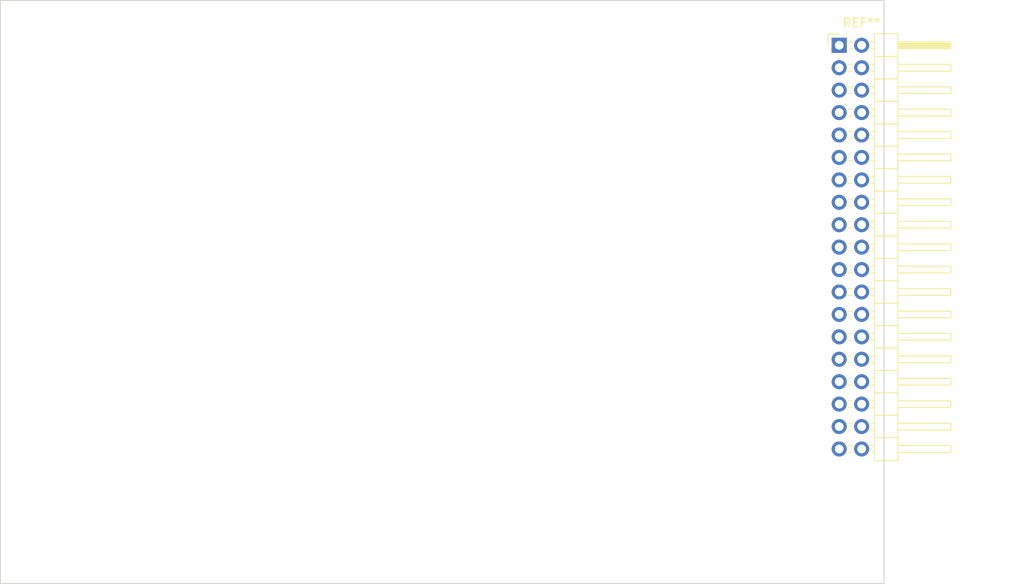
<source format=kicad_pcb>
(kicad_pcb (version 20241229) (generator "pcbnew") (generator_version "9.0")
  (layers (0 "F.Cu" signal) (2 "B.Cu" signal) (13 "F.Paste" user) (15 "B.Paste" user) (5 "F.SilkS" user "F.Silkscreen") (7 "B.SilkS" user "B.Silkscreen") (1 "F.Mask" user) (3 "B.Mask" user) (25 "Edge.Cuts" user))
  (net 0 "")
  (footprint "PC:Expansion_Connector_Board" (layer "F.Cu") (at 137.16 50.8)
    (property "Reference" "REF**" (at 2.54 -2.54 0) (layer "F.SilkS"))
    (property "Value" "Expansion_Connector_Board")
    (fp_line (start -1.27 -1.27) (end 0 -1.27) (stroke (width 0.12)) (layer "F.SilkS"))
    (fp_line (start -1.27 0) (end -1.27 -1.27) (stroke (width 0.12)) (layer "F.SilkS"))
    (fp_line (start 1.042929 2.16) (end 1.497071 2.16) (stroke (width 0.12)) (layer "F.SilkS"))
    (fp_line (start 1.042929 2.92) (end 1.497071 2.92) (stroke (width 0.12)) (layer "F.SilkS"))
    (fp_line (start 1.042929 4.7) (end 1.497071 4.7) (stroke (width 0.12)) (layer "F.SilkS"))
    (fp_line (start 1.042929 5.46) (end 1.497071 5.46) (stroke (width 0.12)) (layer "F.SilkS"))
    (fp_line (start 1.042929 7.24) (end 1.497071 7.24) (stroke (width 0.12)) (layer "F.SilkS"))
    (fp_line (start 1.042929 8) (end 1.497071 8) (stroke (width 0.12)) (layer "F.SilkS"))
    (fp_line (start 1.042929 9.78) (end 1.497071 9.78) (stroke (width 0.12)) (layer "F.SilkS"))
    (fp_line (start 1.042929 10.54) (end 1.497071 10.54) (stroke (width 0.12)) (layer "F.SilkS"))
    (fp_line (start 1.042929 12.32) (end 1.497071 12.32) (stroke (width 0.12)) (layer "F.SilkS"))
    (fp_line (start 1.042929 13.08) (end 1.497071 13.08) (stroke (width 0.12)) (layer "F.SilkS"))
    (fp_line (start 1.042929 14.86) (end 1.497071 14.86) (stroke (width 0.12)) (layer "F.SilkS"))
    (fp_line (start 1.042929 15.62) (end 1.497071 15.62) (stroke (width 0.12)) (layer "F.SilkS"))
    (fp_line (start 1.042929 17.4) (end 1.497071 17.4) (stroke (width 0.12)) (layer "F.SilkS"))
    (fp_line (start 1.042929 18.16) (end 1.497071 18.16) (stroke (width 0.12)) (layer "F.SilkS"))
    (fp_line (start 1.042929 19.94) (end 1.497071 19.94) (stroke (width 0.12)) (layer "F.SilkS"))
    (fp_line (start 1.042929 20.7) (end 1.497071 20.7) (stroke (width 0.12)) (layer "F.SilkS"))
    (fp_line (start 1.042929 22.48) (end 1.497071 22.48) (stroke (width 0.12)) (layer "F.SilkS"))
    (fp_line (start 1.042929 23.24) (end 1.497071 23.24) (stroke (width 0.12)) (layer "F.SilkS"))
    (fp_line (start 1.042929 25.02) (end 1.497071 25.02) (stroke (width 0.12)) (layer "F.SilkS"))
    (fp_line (start 1.042929 25.78) (end 1.497071 25.78) (stroke (width 0.12)) (layer "F.SilkS"))
    (fp_line (start 1.042929 27.56) (end 1.497071 27.56) (stroke (width 0.12)) (layer "F.SilkS"))
    (fp_line (start 1.042929 28.32) (end 1.497071 28.32) (stroke (width 0.12)) (layer "F.SilkS"))
    (fp_line (start 1.042929 30.1) (end 1.497071 30.1) (stroke (width 0.12)) (layer "F.SilkS"))
    (fp_line (start 1.042929 30.86) (end 1.497071 30.86) (stroke (width 0.12)) (layer "F.SilkS"))
    (fp_line (start 1.042929 32.64) (end 1.497071 32.64) (stroke (width 0.12)) (layer "F.SilkS"))
    (fp_line (start 1.042929 33.4) (end 1.497071 33.4) (stroke (width 0.12)) (layer "F.SilkS"))
    (fp_line (start 1.042929 35.18) (end 1.497071 35.18) (stroke (width 0.12)) (layer "F.SilkS"))
    (fp_line (start 1.042929 35.94) (end 1.497071 35.94) (stroke (width 0.12)) (layer "F.SilkS"))
    (fp_line (start 1.042929 37.72) (end 1.497071 37.72) (stroke (width 0.12)) (layer "F.SilkS"))
    (fp_line (start 1.042929 38.48) (end 1.497071 38.48) (stroke (width 0.12)) (layer "F.SilkS"))
    (fp_line (start 1.042929 40.26) (end 1.497071 40.26) (stroke (width 0.12)) (layer "F.SilkS"))
    (fp_line (start 1.042929 41.02) (end 1.497071 41.02) (stroke (width 0.12)) (layer "F.SilkS"))
    (fp_line (start 1.042929 42.8) (end 1.497071 42.8) (stroke (width 0.12)) (layer "F.SilkS"))
    (fp_line (start 1.042929 43.56) (end 1.497071 43.56) (stroke (width 0.12)) (layer "F.SilkS"))
    (fp_line (start 1.042929 45.34) (end 1.497071 45.34) (stroke (width 0.12)) (layer "F.SilkS"))
    (fp_line (start 1.042929 46.1) (end 1.497071 46.1) (stroke (width 0.12)) (layer "F.SilkS"))
    (fp_line (start 1.11 -0.38) (end 1.497071 -0.38) (stroke (width 0.12)) (layer "F.SilkS"))
    (fp_line (start 1.11 0.38) (end 1.497071 0.38) (stroke (width 0.12)) (layer "F.SilkS"))
    (fp_line (start 3.582929 -0.38) (end 3.98 -0.38) (stroke (width 0.12)) (layer "F.SilkS"))
    (fp_line (start 3.582929 0.38) (end 3.98 0.38) (stroke (width 0.12)) (layer "F.SilkS"))
    (fp_line (start 3.582929 2.16) (end 3.98 2.16) (stroke (width 0.12)) (layer "F.SilkS"))
    (fp_line (start 3.582929 2.92) (end 3.98 2.92) (stroke (width 0.12)) (layer "F.SilkS"))
    (fp_line (start 3.582929 4.7) (end 3.98 4.7) (stroke (width 0.12)) (layer "F.SilkS"))
    (fp_line (start 3.582929 5.46) (end 3.98 5.46) (stroke (width 0.12)) (layer "F.SilkS"))
    (fp_line (start 3.582929 7.24) (end 3.98 7.24) (stroke (width 0.12)) (layer "F.SilkS"))
    (fp_line (start 3.582929 8) (end 3.98 8) (stroke (width 0.12)) (layer "F.SilkS"))
    (fp_line (start 3.582929 9.78) (end 3.98 9.78) (stroke (width 0.12)) (layer "F.SilkS"))
    (fp_line (start 3.582929 10.54) (end 3.98 10.54) (stroke (width 0.12)) (layer "F.SilkS"))
    (fp_line (start 3.582929 12.32) (end 3.98 12.32) (stroke (width 0.12)) (layer "F.SilkS"))
    (fp_line (start 3.582929 13.08) (end 3.98 13.08) (stroke (width 0.12)) (layer "F.SilkS"))
    (fp_line (start 3.582929 14.86) (end 3.98 14.86) (stroke (width 0.12)) (layer "F.SilkS"))
    (fp_line (start 3.582929 15.62) (end 3.98 15.62) (stroke (width 0.12)) (layer "F.SilkS"))
    (fp_line (start 3.582929 17.4) (end 3.98 17.4) (stroke (width 0.12)) (layer "F.SilkS"))
    (fp_line (start 3.582929 18.16) (end 3.98 18.16) (stroke (width 0.12)) (layer "F.SilkS"))
    (fp_line (start 3.582929 19.94) (end 3.98 19.94) (stroke (width 0.12)) (layer "F.SilkS"))
    (fp_line (start 3.582929 20.7) (end 3.98 20.7) (stroke (width 0.12)) (layer "F.SilkS"))
    (fp_line (start 3.582929 22.48) (end 3.98 22.48) (stroke (width 0.12)) (layer "F.SilkS"))
    (fp_line (start 3.582929 23.24) (end 3.98 23.24) (stroke (width 0.12)) (layer "F.SilkS"))
    (fp_line (start 3.582929 25.02) (end 3.98 25.02) (stroke (width 0.12)) (layer "F.SilkS"))
    (fp_line (start 3.582929 25.78) (end 3.98 25.78) (stroke (width 0.12)) (layer "F.SilkS"))
    (fp_line (start 3.582929 27.56) (end 3.98 27.56) (stroke (width 0.12)) (layer "F.SilkS"))
    (fp_line (start 3.582929 28.32) (end 3.98 28.32) (stroke (width 0.12)) (layer "F.SilkS"))
    (fp_line (start 3.582929 30.1) (end 3.98 30.1) (stroke (width 0.12)) (layer "F.SilkS"))
    (fp_line (start 3.582929 30.86) (end 3.98 30.86) (stroke (width 0.12)) (layer "F.SilkS"))
    (fp_line (start 3.582929 32.64) (end 3.98 32.64) (stroke (width 0.12)) (layer "F.SilkS"))
    (fp_line (start 3.582929 33.4) (end 3.98 33.4) (stroke (width 0.12)) (layer "F.SilkS"))
    (fp_line (start 3.582929 35.18) (end 3.98 35.18) (stroke (width 0.12)) (layer "F.SilkS"))
    (fp_line (start 3.582929 35.94) (end 3.98 35.94) (stroke (width 0.12)) (layer "F.SilkS"))
    (fp_line (start 3.582929 37.72) (end 3.98 37.72) (stroke (width 0.12)) (layer "F.SilkS"))
    (fp_line (start 3.582929 38.48) (end 3.98 38.48) (stroke (width 0.12)) (layer "F.SilkS"))
    (fp_line (start 3.582929 40.26) (end 3.98 40.26) (stroke (width 0.12)) (layer "F.SilkS"))
    (fp_line (start 3.582929 41.02) (end 3.98 41.02) (stroke (width 0.12)) (layer "F.SilkS"))
    (fp_line (start 3.582929 42.8) (end 3.98 42.8) (stroke (width 0.12)) (layer "F.SilkS"))
    (fp_line (start 3.582929 43.56) (end 3.98 43.56) (stroke (width 0.12)) (layer "F.SilkS"))
    (fp_line (start 3.582929 45.34) (end 3.98 45.34) (stroke (width 0.12)) (layer "F.SilkS"))
    (fp_line (start 3.582929 46.1) (end 3.98 46.1) (stroke (width 0.12)) (layer "F.SilkS"))
    (fp_line (start 3.98 -1.33) (end 3.98 47.05) (stroke (width 0.12)) (layer "F.SilkS"))
    (fp_line (start 3.98 1.27) (end 6.64 1.27) (stroke (width 0.12)) (layer "F.SilkS"))
    (fp_line (start 3.98 3.81) (end 6.64 3.81) (stroke (width 0.12)) (layer "F.SilkS"))
    (fp_line (start 3.98 6.35) (end 6.64 6.35) (stroke (width 0.12)) (layer "F.SilkS"))
    (fp_line (start 3.98 8.89) (end 6.64 8.89) (stroke (width 0.12)) (layer "F.SilkS"))
    (fp_line (start 3.98 11.43) (end 6.64 11.43) (stroke (width 0.12)) (layer "F.SilkS"))
    (fp_line (start 3.98 13.97) (end 6.64 13.97) (stroke (width 0.12)) (layer "F.SilkS"))
    (fp_line (start 3.98 16.51) (end 6.64 16.51) (stroke (width 0.12)) (layer "F.SilkS"))
    (fp_line (start 3.98 19.05) (end 6.64 19.05) (stroke (width 0.12)) (layer "F.SilkS"))
    (fp_line (start 3.98 21.59) (end 6.64 21.59) (stroke (width 0.12)) (layer "F.SilkS"))
    (fp_line (start 3.98 24.13) (end 6.64 24.13) (stroke (width 0.12)) (layer "F.SilkS"))
    (fp_line (start 3.98 26.67) (end 6.64 26.67) (stroke (width 0.12)) (layer "F.SilkS"))
    (fp_line (start 3.98 29.21) (end 6.64 29.21) (stroke (width 0.12)) (layer "F.SilkS"))
    (fp_line (start 3.98 31.75) (end 6.64 31.75) (stroke (width 0.12)) (layer "F.SilkS"))
    (fp_line (start 3.98 34.29) (end 6.64 34.29) (stroke (width 0.12)) (layer "F.SilkS"))
    (fp_line (start 3.98 36.83) (end 6.64 36.83) (stroke (width 0.12)) (layer "F.SilkS"))
    (fp_line (start 3.98 39.37) (end 6.64 39.37) (stroke (width 0.12)) (layer "F.SilkS"))
    (fp_line (start 3.98 41.91) (end 6.64 41.91) (stroke (width 0.12)) (layer "F.SilkS"))
    (fp_line (start 3.98 44.45) (end 6.64 44.45) (stroke (width 0.12)) (layer "F.SilkS"))
    (fp_line (start 3.98 47.05) (end 6.64 47.05) (stroke (width 0.12)) (layer "F.SilkS"))
    (fp_line (start 6.64 -1.33) (end 3.98 -1.33) (stroke (width 0.12)) (layer "F.SilkS"))
    (fp_line (start 6.64 -0.38) (end 12.64 -0.38) (stroke (width 0.12)) (layer "F.SilkS"))
    (fp_line (start 6.64 -0.32) (end 12.64 -0.32) (stroke (width 0.12)) (layer "F.SilkS"))
    (fp_line (start 6.64 -0.2) (end 12.64 -0.2) (stroke (width 0.12)) (layer "F.SilkS"))
    (fp_line (start 6.64 -0.08) (end 12.64 -0.08) (stroke (width 0.12)) (layer "F.SilkS"))
    (fp_line (start 6.64 0.04) (end 12.64 0.04) (stroke (width 0.12)) (layer "F.SilkS"))
    (fp_line (start 6.64 0.16) (end 12.64 0.16) (stroke (width 0.12)) (layer "F.SilkS"))
    (fp_line (start 6.64 0.28) (end 12.64 0.28) (stroke (width 0.12)) (layer "F.SilkS"))
    (fp_line (start 6.64 2.16) (end 12.64 2.16) (stroke (width 0.12)) (layer "F.SilkS"))
    (fp_line (start 6.64 4.7) (end 12.64 4.7) (stroke (width 0.12)) (layer "F.SilkS"))
    (fp_line (start 6.64 7.24) (end 12.64 7.24) (stroke (width 0.12)) (layer "F.SilkS"))
    (fp_line (start 6.64 9.78) (end 12.64 9.78) (stroke (width 0.12)) (layer "F.SilkS"))
    (fp_line (start 6.64 12.32) (end 12.64 12.32) (stroke (width 0.12)) (layer "F.SilkS"))
    (fp_line (start 6.64 14.86) (end 12.64 14.86) (stroke (width 0.12)) (layer "F.SilkS"))
    (fp_line (start 6.64 17.4) (end 12.64 17.4) (stroke (width 0.12)) (layer "F.SilkS"))
    (fp_line (start 6.64 19.94) (end 12.64 19.94) (stroke (width 0.12)) (layer "F.SilkS"))
    (fp_line (start 6.64 22.48) (end 12.64 22.48) (stroke (width 0.12)) (layer "F.SilkS"))
    (fp_line (start 6.64 25.02) (end 12.64 25.02) (stroke (width 0.12)) (layer "F.SilkS"))
    (fp_line (start 6.64 27.56) (end 12.64 27.56) (stroke (width 0.12)) (layer "F.SilkS"))
    (fp_line (start 6.64 30.1) (end 12.64 30.1) (stroke (width 0.12)) (layer "F.SilkS"))
    (fp_line (start 6.64 32.64) (end 12.64 32.64) (stroke (width 0.12)) (layer "F.SilkS"))
    (fp_line (start 6.64 35.18) (end 12.64 35.18) (stroke (width 0.12)) (layer "F.SilkS"))
    (fp_line (start 6.64 37.72) (end 12.64 37.72) (stroke (width 0.12)) (layer "F.SilkS"))
    (fp_line (start 6.64 40.26) (end 12.64 40.26) (stroke (width 0.12)) (layer "F.SilkS"))
    (fp_line (start 6.64 42.8) (end 12.64 42.8) (stroke (width 0.12)) (layer "F.SilkS"))
    (fp_line (start 6.64 45.34) (end 12.64 45.34) (stroke (width 0.12)) (layer "F.SilkS"))
    (fp_line (start 6.64 47.05) (end 6.64 -1.33) (stroke (width 0.12)) (layer "F.SilkS"))
    (fp_line (start 12.64 -0.38) (end 12.64 0.38) (stroke (width 0.12)) (layer "F.SilkS"))
    (fp_line (start 12.64 0.38) (end 6.64 0.38) (stroke (width 0.12)) (layer "F.SilkS"))
    (fp_line (start 12.64 2.16) (end 12.64 2.92) (stroke (width 0.12)) (layer "F.SilkS"))
    (fp_line (start 12.64 2.92) (end 6.64 2.92) (stroke (width 0.12)) (layer "F.SilkS"))
    (fp_line (start 12.64 4.7) (end 12.64 5.46) (stroke (width 0.12)) (layer "F.SilkS"))
    (fp_line (start 12.64 5.46) (end 6.64 5.46) (stroke (width 0.12)) (layer "F.SilkS"))
    (fp_line (start 12.64 7.24) (end 12.64 8) (stroke (width 0.12)) (layer "F.SilkS"))
    (fp_line (start 12.64 8) (end 6.64 8) (stroke (width 0.12)) (layer "F.SilkS"))
    (fp_line (start 12.64 9.78) (end 12.64 10.54) (stroke (width 0.12)) (layer "F.SilkS"))
    (fp_line (start 12.64 10.54) (end 6.64 10.54) (stroke (width 0.12)) (layer "F.SilkS"))
    (fp_line (start 12.64 12.32) (end 12.64 13.08) (stroke (width 0.12)) (layer "F.SilkS"))
    (fp_line (start 12.64 13.08) (end 6.64 13.08) (stroke (width 0.12)) (layer "F.SilkS"))
    (fp_line (start 12.64 14.86) (end 12.64 15.62) (stroke (width 0.12)) (layer "F.SilkS"))
    (fp_line (start 12.64 15.62) (end 6.64 15.62) (stroke (width 0.12)) (layer "F.SilkS"))
    (fp_line (start 12.64 17.4) (end 12.64 18.16) (stroke (width 0.12)) (layer "F.SilkS"))
    (fp_line (start 12.64 18.16) (end 6.64 18.16) (stroke (width 0.12)) (layer "F.SilkS"))
    (fp_line (start 12.64 19.94) (end 12.64 20.7) (stroke (width 0.12)) (layer "F.SilkS"))
    (fp_line (start 12.64 20.7) (end 6.64 20.7) (stroke (width 0.12)) (layer "F.SilkS"))
    (fp_line (start 12.64 22.48) (end 12.64 23.24) (stroke (width 0.12)) (layer "F.SilkS"))
    (fp_line (start 12.64 23.24) (end 6.64 23.24) (stroke (width 0.12)) (layer "F.SilkS"))
    (fp_line (start 12.64 25.02) (end 12.64 25.78) (stroke (width 0.12)) (layer "F.SilkS"))
    (fp_line (start 12.64 25.78) (end 6.64 25.78) (stroke (width 0.12)) (layer "F.SilkS"))
    (fp_line (start 12.64 27.56) (end 12.64 28.32) (stroke (width 0.12)) (layer "F.SilkS"))
    (fp_line (start 12.64 28.32) (end 6.64 28.32) (stroke (width 0.12)) (layer "F.SilkS"))
    (fp_line (start 12.64 30.1) (end 12.64 30.86) (stroke (width 0.12)) (layer "F.SilkS"))
    (fp_line (start 12.64 30.86) (end 6.64 30.86) (stroke (width 0.12)) (layer "F.SilkS"))
    (fp_line (start 12.64 32.64) (end 12.64 33.4) (stroke (width 0.12)) (layer "F.SilkS"))
    (fp_line (start 12.64 33.4) (end 6.64 33.4) (stroke (width 0.12)) (layer "F.SilkS"))
    (fp_line (start 12.64 35.18) (end 12.64 35.94) (stroke (width 0.12)) (layer "F.SilkS"))
    (fp_line (start 12.64 35.94) (end 6.64 35.94) (stroke (width 0.12)) (layer "F.SilkS"))
    (fp_line (start 12.64 37.72) (end 12.64 38.48) (stroke (width 0.12)) (layer "F.SilkS"))
    (fp_line (start 12.64 38.48) (end 6.64 38.48) (stroke (width 0.12)) (layer "F.SilkS"))
    (fp_line (start 12.64 40.26) (end 12.64 41.02) (stroke (width 0.12)) (layer "F.SilkS"))
    (fp_line (start 12.64 41.02) (end 6.64 41.02) (stroke (width 0.12)) (layer "F.SilkS"))
    (fp_line (start 12.64 42.8) (end 12.64 43.56) (stroke (width 0.12)) (layer "F.SilkS"))
    (fp_line (start 12.64 43.56) (end 6.64 43.56) (stroke (width 0.12)) (layer "F.SilkS"))
    (fp_line (start 12.64 45.34) (end 12.64 46.1) (stroke (width 0.12)) (layer "F.SilkS"))
    (fp_line (start 12.64 46.1) (end 6.64 46.1) (stroke (width 0.12)) (layer "F.SilkS"))
    (pad "1" thru_hole rect (at 0 0) (size 1.7 1.7) (drill 1) (layers "*.Cu" "*.Mask"))
    (pad "2" thru_hole oval (at 2.54 0) (size 1.7 1.7) (drill 1) (layers "*.Cu" "*.Mask"))
    (pad "3" thru_hole oval (at 0 2.54) (size 1.7 1.7) (drill 1) (layers "*.Cu" "*.Mask"))
    (pad "4" thru_hole oval (at 2.54 2.54) (size 1.7 1.7) (drill 1) (layers "*.Cu" "*.Mask"))
    (pad "5" thru_hole oval (at 0 5.08) (size 1.7 1.7) (drill 1) (layers "*.Cu" "*.Mask"))
    (pad "6" thru_hole oval (at 2.54 5.08) (size 1.7 1.7) (drill 1) (layers "*.Cu" "*.Mask"))
    (pad "7" thru_hole oval (at 0 7.62) (size 1.7 1.7) (drill 1) (layers "*.Cu" "*.Mask"))
    (pad "8" thru_hole oval (at 2.54 7.62) (size 1.7 1.7) (drill 1) (layers "*.Cu" "*.Mask"))
    (pad "9" thru_hole oval (at 0 10.16) (size 1.7 1.7) (drill 1) (layers "*.Cu" "*.Mask"))
    (pad "10" thru_hole oval (at 2.54 10.16) (size 1.7 1.7) (drill 1) (layers "*.Cu" "*.Mask"))
    (pad "11" thru_hole oval (at 0 12.7) (size 1.7 1.7) (drill 1) (layers "*.Cu" "*.Mask"))
    (pad "12" thru_hole oval (at 2.54 12.7) (size 1.7 1.7) (drill 1) (layers "*.Cu" "*.Mask"))
    (pad "13" thru_hole oval (at 0 15.24) (size 1.7 1.7) (drill 1) (layers "*.Cu" "*.Mask"))
    (pad "14" thru_hole oval (at 2.54 15.24) (size 1.7 1.7) (drill 1) (layers "*.Cu" "*.Mask"))
    (pad "15" thru_hole oval (at 0 17.78) (size 1.7 1.7) (drill 1) (layers "*.Cu" "*.Mask"))
    (pad "16" thru_hole oval (at 2.54 17.78) (size 1.7 1.7) (drill 1) (layers "*.Cu" "*.Mask"))
    (pad "17" thru_hole oval (at 0 20.32) (size 1.7 1.7) (drill 1) (layers "*.Cu" "*.Mask"))
    (pad "18" thru_hole oval (at 2.54 20.32) (size 1.7 1.7) (drill 1) (layers "*.Cu" "*.Mask"))
    (pad "19" thru_hole oval (at 0 22.86) (size 1.7 1.7) (drill 1) (layers "*.Cu" "*.Mask"))
    (pad "20" thru_hole oval (at 2.54 22.86) (size 1.7 1.7) (drill 1) (layers "*.Cu" "*.Mask"))
    (pad "21" thru_hole oval (at 0 25.4) (size 1.7 1.7) (drill 1) (layers "*.Cu" "*.Mask"))
    (pad "22" thru_hole oval (at 2.54 25.4) (size 1.7 1.7) (drill 1) (layers "*.Cu" "*.Mask"))
    (pad "23" thru_hole oval (at 0 27.94) (size 1.7 1.7) (drill 1) (layers "*.Cu" "*.Mask"))
    (pad "24" thru_hole oval (at 2.54 27.94) (size 1.7 1.7) (drill 1) (layers "*.Cu" "*.Mask"))
    (pad "25" thru_hole oval (at 0 30.48) (size 1.7 1.7) (drill 1) (layers "*.Cu" "*.Mask"))
    (pad "26" thru_hole oval (at 2.54 30.48) (size 1.7 1.7) (drill 1) (layers "*.Cu" "*.Mask"))
    (pad "27" thru_hole oval (at 0 33.02) (size 1.7 1.7) (drill 1) (layers "*.Cu" "*.Mask"))
    (pad "28" thru_hole oval (at 2.54 33.02) (size 1.7 1.7) (drill 1) (layers "*.Cu" "*.Mask"))
    (pad "29" thru_hole oval (at 0 35.56) (size 1.7 1.7) (drill 1) (layers "*.Cu" "*.Mask"))
    (pad "30" thru_hole oval (at 2.54 35.56) (size 1.7 1.7) (drill 1) (layers "*.Cu" "*.Mask"))
    (pad "31" thru_hole oval (at 0 38.1) (size 1.7 1.7) (drill 1) (layers "*.Cu" "*.Mask"))
    (pad "32" thru_hole oval (at 2.54 38.1) (size 1.7 1.7) (drill 1) (layers "*.Cu" "*.Mask"))
    (pad "33" thru_hole oval (at 0 40.64) (size 1.7 1.7) (drill 1) (layers "*.Cu" "*.Mask"))
    (pad "34" thru_hole oval (at 2.54 40.64) (size 1.7 1.7) (drill 1) (layers "*.Cu" "*.Mask"))
    (pad "35" thru_hole oval (at 0 43.18) (size 1.7 1.7) (drill 1) (layers "*.Cu" "*.Mask"))
    (pad "36" thru_hole oval (at 2.54 43.18) (size 1.7 1.7) (drill 1) (layers "*.Cu" "*.Mask"))
    (pad "37" thru_hole oval (at 0 45.72) (size 1.7 1.7) (drill 1) (layers "*.Cu" "*.Mask"))
    (pad "38" thru_hole oval (at 2.54 45.72) (size 1.7 1.7) (drill 1) (layers "*.Cu" "*.Mask"))
  )
  (gr_line (start 142.24 45.72) (end 142.24 111.76) (stroke (width 0.1)) (layer "Edge.Cuts"))
  (gr_line (start 42.164 111.76) (end 42.164 45.72) (stroke (width 0.1)) (layer "Edge.Cuts"))
  (gr_line (start 142.24 111.76) (end 42.164 111.76) (stroke (width 0.1)) (layer "Edge.Cuts"))
  (gr_line (start 42.164 45.72) (end 142.24 45.72) (stroke (width 0.1)) (layer "Edge.Cuts"))
)
</source>
